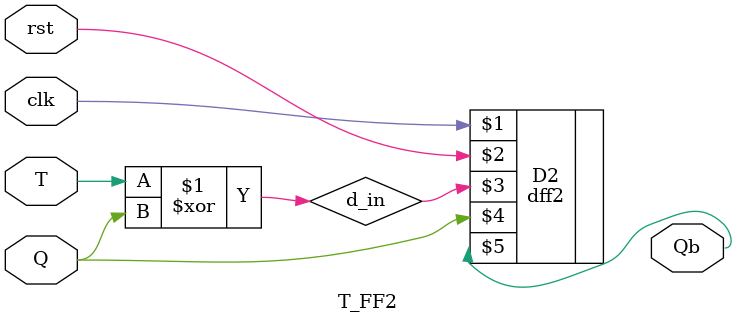
<source format=v>
module T_FF2(clk,rst,T,Q,Qb);
input clk,rst,T;
inout Q;
output Qb;
wire d_in;
xor D1(d_in,T,Q);
dff2 D2 (clk,rst,d_in,Q,Qb);
endmodule
</source>
